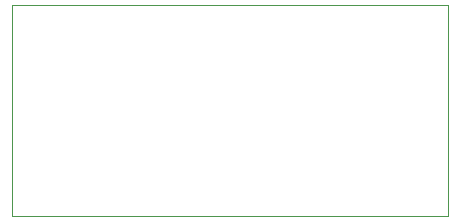
<source format=gm1>
G04 #@! TF.GenerationSoftware,KiCad,Pcbnew,7.0.2*
G04 #@! TF.CreationDate,2023-10-24T21:53:47-04:00*
G04 #@! TF.ProjectId,MacroPad Tile Holder Sensors,4d616372-6f50-4616-9420-54696c652048,rev?*
G04 #@! TF.SameCoordinates,Original*
G04 #@! TF.FileFunction,Profile,NP*
%FSLAX46Y46*%
G04 Gerber Fmt 4.6, Leading zero omitted, Abs format (unit mm)*
G04 Created by KiCad (PCBNEW 7.0.2) date 2023-10-24 21:53:47*
%MOMM*%
%LPD*%
G01*
G04 APERTURE LIST*
G04 #@! TA.AperFunction,Profile*
%ADD10C,0.100000*%
G04 #@! TD*
G04 APERTURE END LIST*
D10*
X110880000Y-62690000D02*
X147870000Y-62690000D01*
X147870000Y-80530000D01*
X110880000Y-80530000D01*
X110880000Y-62690000D01*
M02*

</source>
